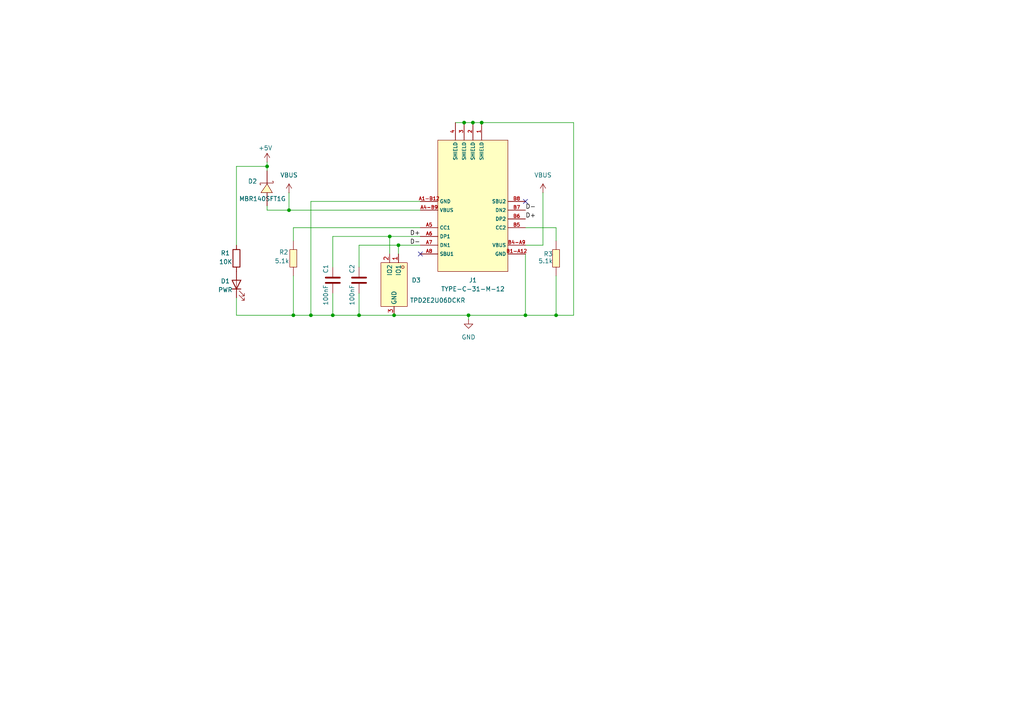
<source format=kicad_sch>
(kicad_sch (version 20231120) (generator "eeschema") (generator_version "8.0")
  (paper "A4")
  (lib_symbols
    (symbol "AR02BTC5101_1" (pin_numbers hide) (pin_names hide)
      (property "Reference" "R" (at 0 1.27 0))
      (property "Value" "AR02BTC5101" (at 0 -2.54 0))
      (symbol "AR02BTC5101_1_0_1"
        (rectangle (start -2.54 1.016) (end 2.54 -1.016) (fill (type background)))
        (pin unspecified line (at -5.08 0 0) (length 2.54) (name "1") (number "1"))
        (pin unspecified line (at 5.08 0 180) (length 2.54) (name "2") (number "2"))
      )
    )
    (symbol "Device:C" (pin_numbers hide) (pin_names (offset 0.254))
      (property "Reference" "C" (at 0.635 2.54 0))
      (property "Value" "C" (at 0.635 -2.54 0))
      (symbol "C_0_1"
        (polyline (pts (xy -2.032 -0.762) (xy 2.032 -0.762)) (stroke (width 0.508)))
        (polyline (pts (xy -2.032 0.762) (xy 2.032 0.762)) (stroke (width 0.508)))
      )
      (symbol "C_1_1"
        (pin passive line (at 0 3.81 270) (length 2.794) (name "~") (number "1"))
        (pin passive line (at 0 -3.81 90) (length 2.794) (name "~") (number "2"))
      )
    )
    (symbol "Device:LED" (pin_numbers hide) (pin_names (offset 1.016) hide)
      (property "Reference" "D" (at 0 2.54 0))
      (property "Value" "LED" (at 0 -2.54 0))
      (symbol "LED_0_1"
        (polyline (pts (xy -1.27 -1.27) (xy -1.27 1.27)) (stroke (width 0.254)))
        (polyline (pts (xy -1.27 0) (xy 1.27 0)))
        (polyline (pts (xy 1.27 -1.27) (xy 1.27 1.27) (xy -1.27 0) (xy 1.27 -1.27)) (stroke (width 0.254)))
        (polyline (pts (xy -3.048 -0.762) (xy -4.572 -2.286) (xy -3.81 -2.286) (xy -4.572 -2.286) (xy -4.572 -1.524)))
        (polyline (pts (xy -1.778 -0.762) (xy -3.302 -2.286) (xy -2.54 -2.286) (xy -3.302 -2.286) (xy -3.302 -1.524)))
      )
      (symbol "LED_1_1"
        (pin passive line (at -3.81 0 0) (length 2.54) (name "K") (number "1"))
        (pin passive line (at 3.81 0 180) (length 2.54) (name "A") (number "2"))
      )
    )
    (symbol "Device:R" (pin_numbers hide) (pin_names (offset 0))
      (property "Reference" "R" (at 2.032 0 90))
      (property "Value" "R" (at 0 0 90))
      (symbol "R_0_1"
        (rectangle (start -1.016 -2.54) (end 1.016 2.54) (stroke (width 0.254)))
      )
      (symbol "R_1_1"
        (pin passive line (at 0 3.81 270) (length 1.27) (name "~") (number "1"))
        (pin passive line (at 0 -3.81 90) (length 1.27) (name "~") (number "2"))
      )
    )
    (symbol "easyeda2kicad.kicad_sym:AR02BTC5101" (pin_numbers hide) (pin_names hide)
      (property "Reference" "R" (at 0 1.27 0))
      (property "Value" "AR02BTC5101" (at 0 -2.54 0))
      (symbol "AR02BTC5101_0_1"
        (rectangle (start -2.54 1.016) (end 2.54 -1.016) (fill (type background)))
        (pin unspecified line (at -5.08 0 0) (length 2.54) (name "1") (number "1"))
        (pin unspecified line (at 5.08 0 180) (length 2.54) (name "2") (number "2"))
      )
    )
    (symbol "easyeda2kicad.kicad_sym:MC-311D"
      (property "Reference" "U" (at 0 1.27 0))
      (property "Value" "MC-311D" (at 0 -2.54 0))
      (symbol "MC-311D_0_1"
        (rectangle (start -10.16 16.51) (end 10.16 -21.59) (fill (type background)))
        (pin unspecified line (at 2.54 21.59 270) (length 5.08) (name "SHIELD") (number "1"))
        (pin unspecified line (at 0 21.59 270) (length 5.08) (name "SHIELD") (number "2"))
        (pin unspecified line (at -2.54 21.59 270) (length 5.08) (name "SHIELD") (number "3"))
        (pin unspecified line (at -5.08 21.59 270) (length 5.08) (name "SHIELD") (number "4"))
        (pin unspecified line (at -15.24 -1.27 0) (length 5.08) (name "GND") (number "A1-B12"))
        (pin unspecified line (at -15.24 -3.81 0) (length 5.08) (name "VBUS") (number "A4-B9"))
        (pin unspecified line (at -15.24 -8.89 0) (length 5.08) (name "CC1") (number "A5"))
        (pin unspecified line (at -15.24 -11.43 0) (length 5.08) (name "DP1") (number "A6"))
        (pin unspecified line (at -15.24 -13.97 0) (length 5.08) (name "DN1") (number "A7"))
        (pin unspecified line (at -15.24 -16.51 0) (length 5.08) (name "SBU1") (number "A8"))
        (pin unspecified line (at 15.24 -16.51 180) (length 5.08) (name "GND") (number "B1-A12"))
        (pin unspecified line (at 15.24 -13.97 180) (length 5.08) (name "VBUS") (number "B4-A9"))
        (pin unspecified line (at 15.24 -8.89 180) (length 5.08) (name "CC2") (number "B5"))
        (pin unspecified line (at 15.24 -6.35 180) (length 5.08) (name "DP2") (number "B6"))
        (pin unspecified line (at 15.24 -3.81 180) (length 5.08) (name "DN2") (number "B7"))
        (pin unspecified line (at 15.24 -1.27 180) (length 5.08) (name "SBU2") (number "B8"))
      )
    )
    (symbol "new:MBR140SFT1G" (pin_numbers hide) (pin_names hide)
      (property "Reference" "D" (at 0 5.08 0))
      (property "Value" "MBR140SFT1G" (at 0 -5.08 0))
      (symbol "MBR140SFT1G_0_1"
        (polyline (pts (xy 1.27 1.52) (xy -1.27 0) (xy 1.27 -1.78) (xy 1.27 1.52)) (fill (type background)))
        (polyline (pts (xy -2.03 1.52) (xy -2.03 1.78) (xy -1.52 1.78) (xy -1.52 -2.03) (xy -1.02 -2.03) (xy -1.02 -1.78)))
        (pin unspecified line (at -5.08 0 0) (length 3.81) (name "K") (number "1"))
        (pin unspecified line (at 5.08 0 180) (length 3.81) (name "A") (number "2"))
      )
    )
    (symbol "new:TPD2E2U06DCKR"
      (property "Reference" "D" (at 0 6.35 0))
      (property "Value" "TPD2E2U06DCKR" (at 0 -6.35 0))
      (symbol "TPD2E2U06DCKR_0_1"
        (rectangle (start -6.35 3.81) (end 6.35 -3.81) (fill (type background)))
        (circle (center -5.08 2.54) (radius 0.38))
        (pin unspecified line (at -8.89 1.27 0) (length 2.54) (name "IO1") (number "1"))
        (pin unspecified line (at -8.89 -1.27 0) (length 2.54) (name "IO2") (number "2"))
        (pin unspecified line (at 8.89 0 180) (length 2.54) (name "GND") (number "3"))
      )
    )
    (symbol "power:+5V" (power) (pin_numbers hide) (pin_names (offset 0) hide)
      (property "Value" "+5V" (at 0 3.556 0))
      (symbol "+5V_0_1"
        (polyline (pts (xy -0.762 1.27) (xy 0 2.54)))
        (polyline (pts (xy 0 0) (xy 0 2.54)))
        (polyline (pts (xy 0 2.54) (xy 0.762 1.27)))
      )
      (symbol "+5V_1_1"
        (pin power_in line (at 0 0 90) (length 0) (name "~") (number "1"))
      )
    )
    (symbol "power:GND" (power) (pin_numbers hide) (pin_names (offset 0) hide)
      (property "Value" "GND" (at 0 -3.81 0))
      (symbol "GND_0_1"
        (polyline (pts (xy 0 0) (xy 0 -1.27) (xy 1.27 -1.27) (xy 0 -2.54) (xy -1.27 -1.27) (xy 0 -1.27)))
      )
      (symbol "GND_1_1"
        (pin power_in line (at 0 0 270) (length 0) (name "~") (number "1"))
      )
    )
    (symbol "power:VBUS" (power) (pin_numbers hide) (pin_names (offset 0) hide)
      (property "Value" "VBUS" (at 0 3.556 0))
      (symbol "VBUS_0_1"
        (polyline (pts (xy -0.762 1.27) (xy 0 2.54)))
        (polyline (pts (xy 0 0) (xy 0 2.54)))
        (polyline (pts (xy 0 2.54) (xy 0.762 1.27)))
      )
      (symbol "VBUS_1_1"
        (pin power_in line (at 0 0 90) (length 0) (name "~") (number "1"))
      )
    )
  )
  (junction (at 83.82 60.96))
  (junction (at 139.7 35.56))
  (junction (at 134.62 35.56))
  (junction (at 96.52 91.44))
  (junction (at 161.29 91.44))
  (junction (at 115.57 71.12))
  (junction (at 152.4 91.44))
  (junction (at 77.47 48.26))
  (junction (at 85.09 91.44))
  (junction (at 114.3 91.44))
  (junction (at 137.16 35.56))
  (junction (at 135.89 91.44))
  (junction (at 104.14 91.44))
  (junction (at 90.17 91.44))
  (junction (at 113.03 68.58))
  (no_connect (at 121.92 73.66))
  (no_connect (at 152.4 58.42))
  (wire (pts (xy 135.89 91.44) (xy 152.4 91.44)))
  (wire (pts (xy 77.47 49.53) (xy 77.47 48.26)))
  (wire (pts (xy 113.03 68.58) (xy 113.03 73.66)))
  (wire (pts (xy 96.52 91.44) (xy 104.14 91.44)))
  (wire (pts (xy 90.17 58.42) (xy 121.92 58.42)))
  (wire (pts (xy 96.52 85.09) (xy 96.52 91.44)))
  (wire (pts (xy 152.4 91.44) (xy 161.29 91.44)))
  (wire (pts (xy 139.7 35.56) (xy 166.37 35.56)))
  (wire (pts (xy 68.58 48.26) (xy 68.58 71.12)))
  (wire (pts (xy 114.3 91.44) (xy 135.89 91.44)))
  (wire (pts (xy 104.14 85.09) (xy 104.14 91.44)))
  (wire (pts (xy 161.29 91.44) (xy 161.29 80.01)))
  (wire (pts (xy 96.52 68.58) (xy 96.52 77.47)))
  (wire (pts (xy 152.4 66.04) (xy 161.29 66.04)))
  (wire (pts (xy 85.09 69.85) (xy 85.09 66.04)))
  (wire (pts (xy 85.09 66.04) (xy 121.92 66.04)))
  (wire (pts (xy 77.47 48.26) (xy 77.47 46.99)))
  (wire (pts (xy 104.14 71.12) (xy 115.57 71.12)))
  (wire (pts (xy 68.58 86.36) (xy 68.58 91.44)))
  (wire (pts (xy 157.48 55.88) (xy 157.48 71.12)))
  (wire (pts (xy 90.17 58.42) (xy 90.17 91.44)))
  (wire (pts (xy 166.37 35.56) (xy 166.37 91.44)))
  (wire (pts (xy 96.52 68.58) (xy 113.03 68.58)))
  (wire (pts (xy 152.4 73.66) (xy 152.4 91.44)))
  (wire (pts (xy 166.37 91.44) (xy 161.29 91.44)))
  (wire (pts (xy 134.62 35.56) (xy 137.16 35.56)))
  (wire (pts (xy 90.17 91.44) (xy 96.52 91.44)))
  (wire (pts (xy 135.89 91.44) (xy 135.89 92.71)))
  (wire (pts (xy 85.09 91.44) (xy 85.09 80.01)))
  (wire (pts (xy 104.14 71.12) (xy 104.14 77.47)))
  (wire (pts (xy 152.4 71.12) (xy 157.48 71.12)))
  (wire (pts (xy 115.57 71.12) (xy 121.92 71.12)))
  (wire (pts (xy 77.47 59.69) (xy 77.47 60.96)))
  (wire (pts (xy 121.92 68.58) (xy 113.03 68.58)))
  (wire (pts (xy 137.16 35.56) (xy 139.7 35.56)))
  (wire (pts (xy 115.57 71.12) (xy 115.57 73.66)))
  (wire (pts (xy 77.47 48.26) (xy 68.58 48.26)))
  (wire (pts (xy 85.09 91.44) (xy 90.17 91.44)))
  (wire (pts (xy 68.58 91.44) (xy 85.09 91.44)))
  (wire (pts (xy 161.29 66.04) (xy 161.29 69.85)))
  (wire (pts (xy 83.82 60.96) (xy 121.92 60.96)))
  (wire (pts (xy 132.08 35.56) (xy 134.62 35.56)))
  (wire (pts (xy 77.47 60.96) (xy 83.82 60.96)))
  (wire (pts (xy 83.82 55.88) (xy 83.82 60.96)))
  (wire (pts (xy 104.14 91.44) (xy 114.3 91.44)))
  (label "D+" (at 121.92 68.58 180))
  (label "D-" (at 121.92 71.12 180))
  (label "D+" (at 152.4 63.5 0))
  (label "D-" (at 152.4 60.96 0))
  (symbol (lib_id "easyeda2kicad.kicad_sym:AR02BTC5101") (at 161.29 74.93 270) (unit 1)
    (property "Reference" "R3" (at 159.004 73.66 90))
    (property "Value" "5.1k" (at 158.242 75.692 90))
    (property "Footprint" "Resistor_SMD:R_0805_2012Metric_Pad1.20x1.40mm_HandSolder" (effects (hide yes)))
    (property "LCSC" "C27834" (effects (hide yes)))
  )
  (symbol (lib_name "AR02BTC5101_1") (lib_id "easyeda2kicad.kicad_sym:AR02BTC5101") (at 85.09 74.93 270) (unit 1)
    (property "Reference" "R2" (at 82.296 73.152 90))
    (property "Value" "5.1k" (at 81.788 75.692 90))
    (property "Footprint" "Resistor_SMD:R_0805_2012Metric_Pad1.20x1.40mm_HandSolder" (effects (hide yes)))
    (property "LCSC" "C27834" (effects (hide yes)))
  )
  (symbol (lib_id "power:GND") (at 135.89 92.71 0) (unit 1)
    (property "Reference" "#PWR03" (effects (hide yes)))
    (property "Value" "GND" (at 135.89 97.79 0))
    (property "Description" "Power symbol creates a global label with name \"GND\" , ground" (effects (hide yes)))
  )
  (symbol (lib_id "Device:R") (at 68.58 74.93 0) (unit 1)
    (property "Reference" "R1" (at 64.008 73.406 0) (effects (justify left)))
    (property "Value" "10K" (at 63.5 75.946 0) (effects (justify left)))
    (property "Footprint" "Resistor_SMD:R_0805_2012Metric_Pad1.20x1.40mm_HandSolder" (effects (hide yes)))
    (property "Description" "Resistor" (effects (hide yes)))
    (property "LCSC" "C17414" (effects (hide yes)))
  )
  (symbol (lib_id "power:+5V") (at 77.47 46.99 0) (unit 1)
    (property "Reference" "#PWR01" (effects (hide yes)))
    (property "Value" "+5V" (at 76.962 42.926 0))
    (property "Description" "Power symbol creates a global label with name \"+5V\"" (effects (hide yes)))
  )
  (symbol (lib_id "easyeda2kicad.kicad_sym:MC-311D") (at 137.16 57.15 0) (unit 1)
    (property "Reference" "J1" (at 137.16 81.28 0))
    (property "Value" "TYPE-C-31-M-12" (at 137.16 83.82 0))
    (property "Footprint" "footprint:USB-C-SMD_MC-311D" (effects (hide yes)))
    (property "Datasheet" "https://item.szlcsc.com/147739.html" (effects (hide yes)))
    (property "LCSC" "C136423" (effects (hide yes)))
  )
  (symbol (lib_id "Device:LED") (at 68.58 82.55 90) (unit 1)
    (property "Reference" "D1" (at 64.008 81.534 90) (effects (justify right)))
    (property "Value" "PWR" (at 63.246 84.074 90) (effects (justify right)))
    (property "Footprint" "LED_SMD:LED_0805_2012Metric" (effects (hide yes)))
    (property "Description" "Light emitting diode" (effects (hide yes)))
    (property "LCSC" "C2297" (effects (hide yes)))
  )
  (symbol (lib_id "Device:C") (at 104.14 81.28 0) (unit 1)
    (property "Reference" "C2" (at 102.108 77.978 90))
    (property "Value" "100nF" (at 102.108 85.598 90))
    (property "Footprint" "Capacitor_SMD:C_0805_2012Metric_Pad1.18x1.45mm_HandSolder" (effects (hide yes)))
    (property "Description" "Unpolarized capacitor" (effects (hide yes)))
    (property "LCSC" "C1711" (effects (hide yes)))
  )
  (symbol (lib_id "new:TPD2E2U06DCKR") (at 114.3 82.55 270) (unit 1)
    (property "Reference" "D3" (at 119.38 81.2799 90) (effects (justify left)))
    (property "Value" "TPD2E2U06DCKR" (at 118.872 87.122 90) (effects (justify left)))
    (property "Footprint" "EasyEDA:SC-70-3_L2.0-W1.3-P0.65-LS2.1-BL" (effects (hide yes)))
    (property "LCSC Part" "C1855726" (effects (hide yes)))
  )
  (symbol (lib_id "Device:C") (at 96.52 81.28 0) (unit 1)
    (property "Reference" "C1" (at 94.488 77.978 90))
    (property "Value" "100nF" (at 94.488 85.598 90))
    (property "Footprint" "Capacitor_SMD:C_0805_2012Metric_Pad1.18x1.45mm_HandSolder" (effects (hide yes)))
    (property "Description" "Unpolarized capacitor" (effects (hide yes)))
    (property "LCSC" "C1711" (effects (hide yes)))
  )
  (symbol (lib_id "power:VBUS") (at 83.82 55.88 0) (unit 1)
    (property "Reference" "#PWR02" (effects (hide yes)))
    (property "Value" "VBUS" (at 83.82 50.8 0))
    (property "Description" "Power symbol creates a global label with name \"VBUS\"" (effects (hide yes)))
  )
  (symbol (lib_id "new:MBR140SFT1G") (at 77.47 54.61 270) (unit 1)
    (property "Reference" "D2" (at 71.882 52.578 90) (effects (justify left)))
    (property "Value" "MBR140SFT1G" (at 69.342 57.658 90) (effects (justify left)))
    (property "Footprint" "EasyEDA:SOD-123F_L2.8-W1.8-LS3.7-RD" (effects (hide yes)))
    (property "Datasheet" "https://lcsc.com/product-detail/Schottky-Barrier-Diodes-SBD_ON_MBR140SFT1G_MBR140SFT1G_C43381.html" (effects (hide yes)))
    (property "LCSC" "C43381" (effects (hide yes)))
  )
  (symbol (lib_id "power:VBUS") (at 157.48 55.88 0) (unit 1)
    (property "Reference" "#PWR04" (effects (hide yes)))
    (property "Value" "VBUS" (at 157.48 50.8 0))
    (property "Description" "Power symbol creates a global label with name \"VBUS\"" (effects (hide yes)))
  )
)
</source>
